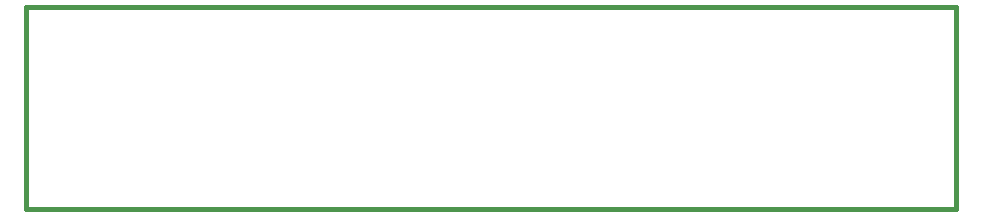
<source format=gbr>
G04 #@! TF.GenerationSoftware,KiCad,Pcbnew,5.1.6-c6e7f7d~87~ubuntu19.10.1*
G04 #@! TF.CreationDate,2022-07-30T15:44:16+06:00*
G04 #@! TF.ProjectId,1590BB2_potentiometer_board_18_3x17_r1a,31353930-4242-4325-9f70-6f74656e7469,1A*
G04 #@! TF.SameCoordinates,Original*
G04 #@! TF.FileFunction,Profile,NP*
%FSLAX46Y46*%
G04 Gerber Fmt 4.6, Leading zero omitted, Abs format (unit mm)*
G04 Created by KiCad (PCBNEW 5.1.6-c6e7f7d~87~ubuntu19.10.1) date 2022-07-30 15:44:16*
%MOMM*%
%LPD*%
G01*
G04 APERTURE LIST*
G04 #@! TA.AperFunction,Profile*
%ADD10C,0.400000*%
G04 #@! TD*
G04 APERTURE END LIST*
D10*
X144780000Y-140335000D02*
X144780000Y-157480000D01*
X66040000Y-140335000D02*
X66040000Y-157480000D01*
X66040000Y-157480000D02*
X144780000Y-157480000D01*
X66040000Y-140335000D02*
X144780000Y-140335000D01*
M02*

</source>
